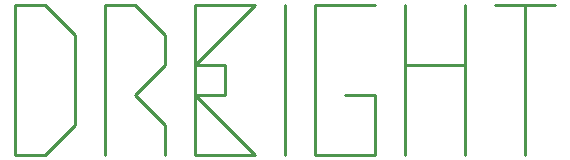
<source format=gbr>
%TF.GenerationSoftware,KiCad,Pcbnew,(6.0.4)*%
%TF.CreationDate,2022-04-29T23:18:29+02:00*%
%TF.ProjectId,fr4plate,66723470-6c61-4746-952e-6b696361645f,rev?*%
%TF.SameCoordinates,Original*%
%TF.FileFunction,Copper,L1,Top*%
%TF.FilePolarity,Positive*%
%FSLAX46Y46*%
G04 Gerber Fmt 4.6, Leading zero omitted, Abs format (unit mm)*
G04 Created by KiCad (PCBNEW (6.0.4)) date 2022-04-29 23:18:29*
%MOMM*%
%LPD*%
G01*
G04 APERTURE LIST*
%TA.AperFunction,Conductor*%
%ADD10C,0.250000*%
%TD*%
G04 APERTURE END LIST*
D10*
%TO.N,*%
X297180000Y-114300000D02*
X302260000Y-109220000D01*
X297180000Y-116840000D02*
X302260000Y-121920000D01*
X299720000Y-116840000D02*
X297180000Y-116840000D01*
X299720000Y-114300000D02*
X299720000Y-116840000D01*
X325120000Y-121920000D02*
X325120000Y-109220000D01*
X327660000Y-109220000D02*
X322580000Y-109220000D01*
X320040000Y-114300000D02*
X320040000Y-121920000D01*
X314960000Y-114300000D02*
X314960000Y-109220000D01*
X320040000Y-114300000D02*
X320040000Y-109220000D01*
X314960000Y-121920000D02*
X314960000Y-114300000D01*
X314960000Y-114300000D02*
X320040000Y-114300000D01*
X312420000Y-121920000D02*
X312420000Y-116840000D01*
X307340000Y-121920000D02*
X312420000Y-121920000D01*
X307340000Y-109220000D02*
X307340000Y-121920000D01*
X312420000Y-116840000D02*
X309880000Y-116840000D01*
X312420000Y-109220000D02*
X307340000Y-109220000D01*
X304800000Y-121920000D02*
X304800000Y-109220000D01*
X297180000Y-121920000D02*
X302260000Y-121920000D01*
X297180000Y-114300000D02*
X299720000Y-114300000D01*
X297180000Y-114300000D02*
X297180000Y-109220000D01*
X297180000Y-121920000D02*
X297180000Y-114300000D01*
X297180000Y-109220000D02*
X302260000Y-109220000D01*
X294640000Y-119380000D02*
X294640000Y-121920000D01*
X294640000Y-114300000D02*
X292100000Y-116840000D01*
X292100000Y-116840000D02*
X294640000Y-119380000D01*
X294640000Y-111760000D02*
X294640000Y-114300000D01*
X292100000Y-109220000D02*
X294640000Y-111760000D01*
X289560000Y-109220000D02*
X292100000Y-109220000D01*
X289560000Y-121920000D02*
X289560000Y-109220000D01*
X284480000Y-109220000D02*
X281940000Y-109220000D01*
X287020000Y-119380000D02*
X287020000Y-111760000D01*
X284480000Y-121920000D02*
X287020000Y-119380000D01*
X287020000Y-111760000D02*
X284480000Y-109220000D01*
X281940000Y-121920000D02*
X284480000Y-121920000D01*
X281940000Y-109220000D02*
X281940000Y-121920000D01*
%TD*%
M02*

</source>
